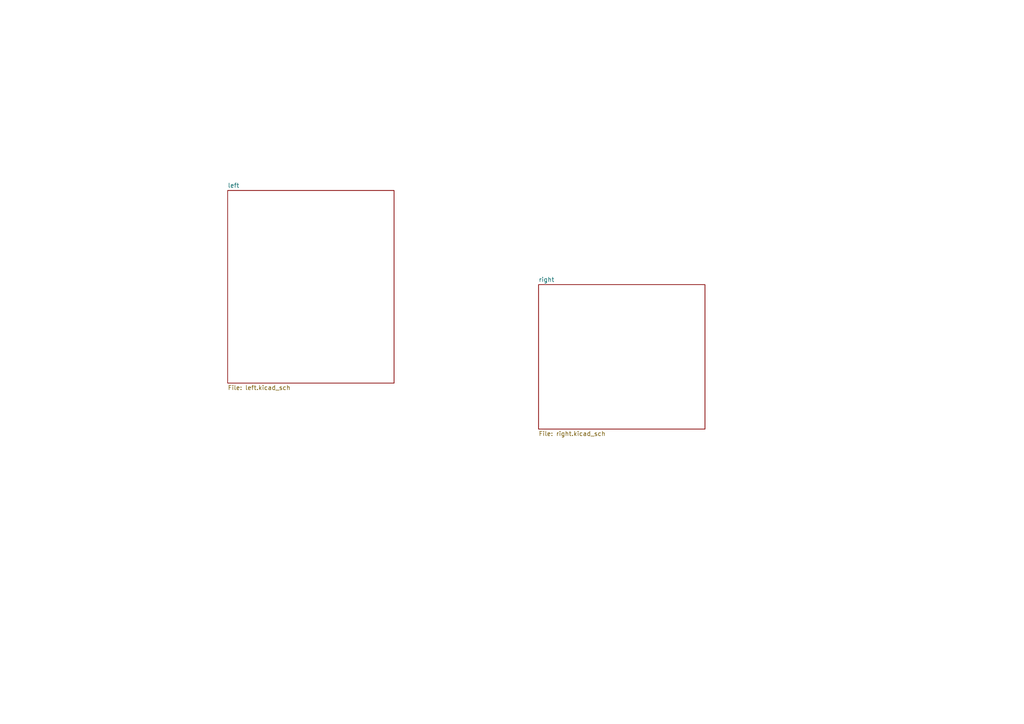
<source format=kicad_sch>
(kicad_sch (version 20230121) (generator eeschema)
  (paper "A4")
  (title_block (date "2023-05-01") (rev "V1.0"))
  (lib_symbols)
  (sheet (at 156.21 82.55) (size 48.26 41.91) (stroke (width 0.1524))
    (property "Sheetname" "right" (at 156.21 81.8384 0) (effects (justify left bottom)))
    (property "Sheetfile" "right.kicad_sch" (at 156.21 125.0446 0) (effects (justify left top)))
  )
  (sheet (at 66.04 55.245) (size 48.26 55.88) (stroke (width 0.1524))
    (property "Sheetname" "left" (at 66.04 54.5334 0) (effects (justify left bottom)))
    (property "Sheetfile" "left.kicad_sch" (at 66.04 111.7096 0) (effects (justify left top)))
  )
)
</source>
